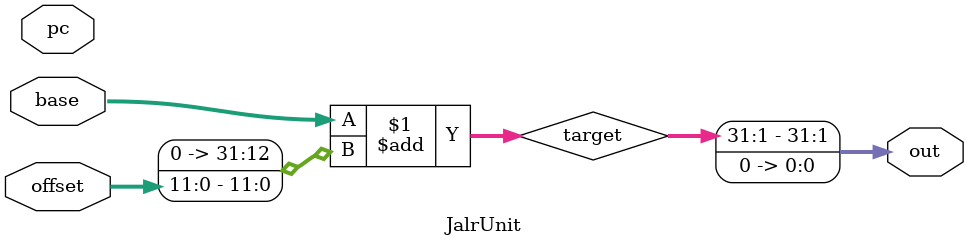
<source format=v>

`define WORD_WIDTH 32
`define NUM_REGS 32
`define OPCODE_COMPUTE    7'b0110011
`define OPCODE_BRANCH     7'b1100011
`define OPCODE_LOAD       7'b0000011
`define OPCODE_STORE      7'b0100011 
`define AUX_FUNC_ADD  7'b0000000
`define AUX_FUNC_SUB  7'b0100000
`define FUNC_SUB      3'b000
`define SIZE_BYTE  2'b00
`define SIZE_HWORD 2'b01
`define SIZE_WORD  2'b10

`define OPCODE_IMMEDIATE  7'b0010011
`define OPCODE_JAL        7'b1101111
`define OPCODE_JALR       7'b1100111
`define OPCODE_LUI        7'b0110111
`define OPCODE_AUIPC      7'b0010111

// Basic instructions
`define ADD_OPCODE 3'b000
`define SUB_OPCODE 3'b000
`define SLL_OPCODE 3'b001
`define SLT_OPCODE 3'b010
`define SLTU_OPCODE 3'b011
`define XOR_OPCODE 3'b100
`define SRL_OPCODE 3'b101
`define SRA_OPCODE 3'b101
`define OR_OPCODE 3'b110
`define AND_OPCODE 3'b111

// Multiply extension
`define MUL_OPCODE  3'b000
`define MULH_OPCODE   3'b001
`define MULHSU_OPCODE 3'b010
`define MULHU_OPCODE  3'b011
`define DIV_OPCODE  3'b100
`define DIVU_OPCODE 3'b101
`define REM_OPCODE  3'b110
`define REMU_OPCODE 3'b111

// Immediate computation
`define ADDI_OPCODE  3'b000
`define SLTI_OPCODE  3'b010
`define SLTIU_OPCODE 3'b011
`define XORI_OPCODE  3'b100
`define ORI_OPCODE   3'b110
`define ANDI_OPCODE  3'b111
`define SLLI_OPCODE  3'b001
`define SRLI_OPCODE 3'b101
`define SRAI_OPCODE 3'b101

// Load instruction opcodes
`define LB_OPCODE  3'b000
`define LH_OPCODE  3'b001
`define LW_OPCODE  3'b010
`define LBU_OPCODE 3'b100
`define LHU_OPCODE 3'b101

// Store instruction opcodes
`define SB_OPCODE  3'b000
`define SH_OPCODE  3'b001
`define SW_OPCODE  3'b010

// Branch instruction opcodes
`define BEQ_OPCODE   3'b000
`define BNE_OPCODE   3'b001
`define BLT_OPCODE   3'b100
`define BGE_OPCODE   3'b101
`define BLTU_OPCODE  3'b110
`define BGEU_OPCODE  3'b111


module SingleCycleCPU(halt, clk, rst);
   output halt;
   input clk, rst;

   wire [`WORD_WIDTH-1:0] PC, InstWord;
   wire [`WORD_WIDTH-1:0] DataAddr, StoreData, DataWord;
   wire [1:0]  MemSize;
   wire        MemWrEn;
   
   wire [4:0]  Rsrc1, Rsrc2, Rdst;
   wire [`WORD_WIDTH-1:0] Rdata1, Rdata2, RWrdata;
   wire        RWrEn;

   wire [`WORD_WIDTH-1:0] NPC, PC_Plus_4;
   wire [6:0]  opcode;

   wire [6:0]  funct7;
   wire [2:0]  funct3;

   wire invalid_op;

   assign halt = invalid_op || mem_alignment_error;
   assign invalid_op = !(
        (opcode == `OPCODE_COMPUTE && 
            (funct7 == 7'b0000000 || funct7 == 7'b0100000 || funct7 == 7'b0000001)) ||
        (opcode == `OPCODE_BRANCH) ||
        (opcode == `OPCODE_LOAD) ||
        (opcode == `OPCODE_STORE) ||
        (opcode == `OPCODE_IMMEDIATE) ||
        (opcode == `OPCODE_JAL) ||
        (opcode == `OPCODE_JALR) ||
        (opcode == `OPCODE_LUI) ||
        (opcode == `OPCODE_AUIPC)
    );

    wire [31:0] effective_addr = (opcode == `OPCODE_LOAD) ? (Rdata1 + imm_I) :
                                 (opcode == `OPCODE_STORE) ? (Rdata1 + imm_S) :
                                 32'b0;

    assign mem_alignment_error = 
        ((opcode == `OPCODE_LOAD || opcode == `OPCODE_STORE) &&
        (
            ((funct3 == `LH_OPCODE || funct3 == `LHU_OPCODE || funct3 == `SH_OPCODE) && (effective_addr[0] != 1'b0)) ||
            ((funct3 == `LW_OPCODE || funct3 == `SW_OPCODE) && (effective_addr[1:0] != 2'b00))
        ));

   // System State 
   Mem   MEM(.InstAddr(PC), .InstOut(InstWord), 
            .DataAddr(DataAddr), .DataSize(MemSize), .DataIn(StoreData), .DataOut(DataWord), .WE(MemWrEn), .CLK(clk));

   RegFile RF(.AddrA(Rsrc1), .DataOutA(Rdata1), 
         .AddrB(Rsrc2), .DataOutB(Rdata2), 
         .AddrW(Rdst), .DataInW(RWrdata), .WenW(RWrEn), .CLK(clk));

   Reg PC_REG(.Din(NPC), .Qout(PC), .WE(1'b1), .CLK(clk), .RST(rst));

   // Instruction Decode
   assign opcode = InstWord[6:0];   
   assign Rdst = InstWord[11:7]; 
   assign Rsrc1 = InstWord[19:15]; 
   assign Rsrc2 = InstWord[24:20];
   assign funct3 = InstWord[14:12];  // R-Type, I-Type, S-Type
   assign funct7 = InstWord[31:25];  // R-Type

   // Decode immediate values
   wire [31:0] imm_I = {{20{InstWord[31]}}, InstWord[31:20]};
   wire [31:0] imm_S = {{20{InstWord[31]}}, InstWord[31:25], InstWord[11:7]};
   wire [31:0] imm_B = {{19{InstWord[31]}}, InstWord[31], InstWord[7], InstWord[30:25], InstWord[11:8], 1'b0};
   wire [31:0] imm_U = {InstWord[31:12], 12'b0};
   wire [31:0] imm_J = {{11{InstWord[31]}}, InstWord[31], InstWord[19:12], InstWord[20], InstWord[30:21], 1'b0};

   // only memory write enabled if opcode is to store
   assign MemWrEn = (opcode == `OPCODE_STORE) ? 1'b1 : 1'b0;

   // lots of opcodes for register write enable
   assign RWrEn = (opcode == `OPCODE_COMPUTE) || 
               (opcode == `OPCODE_IMMEDIATE) || 
               (opcode == `OPCODE_LOAD) || 
               (opcode == `OPCODE_JAL) ||
               (opcode == `OPCODE_JALR) ||
               (opcode == `OPCODE_LUI) ||
               (opcode == `OPCODE_AUIPC);

   // Every execution unit
   wire [31:0] eu_out;
   wire [31:0] ieu_out;
   wire [31:0] branch_out;
   wire [31:0] load_out;
   wire [31:0] load_DataAddr;
   wire [1:0] load_MemSize;
   wire [31:0] store_DataAddr;
   wire [31:0] store_StoreData;
   wire [1:0] store_MemSize;
   wire [31:0] lui_out;
   wire [31:0] auipc_out;
   wire [31:0] jal_out;
   wire [31:0] jalr_out;

   ExecutionUnit EU(.out(eu_out), .opA(Rdata1), .opB(Rdata2), .func(funct3), .auxFunc(funct7));
   ImmediateExecutionUnit IEU(.out(ieu_out), .opA(Rdata1), .imm(imm_I), .func(funct3), .auxFunc(funct7));
   
   BranchUnit BU(.out(branch_out), .opA(Rdata1), .opB(Rdata2), .pc(PC), .imm(imm_B[11:0]), .func(funct3), .auxFunc(opcode));
   LoadUnit LU(.out(load_out), .DataAddr(load_DataAddr), .MemSize(load_MemSize), .base(Rdata1), .offset(imm_I[11:0]), .func(funct3), .DataWord(DataWord));
   StoreUnit SU(.DataAddr(store_DataAddr), .StoreData(store_StoreData), .MemSize(store_MemSize), .MemWrEn(store_enable), .data(Rdata2), .base(Rdata1), .offset(imm_S[11:0]), .func(funct3));

   LuiUnit LUI(.out(lui_out), .imm(InstWord[31:12]), .pc(PC));
   AuipcUnit AUIPC(.out(auipc_out), .imm(InstWord[31:12]), .pc(PC));
   JalUnit JAL(.out(jal_out), .offset(imm_J[20:0]), .pc(PC));
   JalrUnit JALR(.out(jalr_out), .base(Rdata1), .offset(imm_I[11:0]), .pc(PC));


   // only memory write enabled if opcode is to store
   assign MemWrEn = (opcode == `OPCODE_STORE) ? 1'b1 : 1'b0;

   // lots of opcodes for register write enable
   assign RWrEn = (opcode == `OPCODE_COMPUTE) || 
               (opcode == `OPCODE_IMMEDIATE) || 
               (opcode == `OPCODE_LOAD) || 
               (opcode == `OPCODE_JAL) ||
               (opcode == `OPCODE_JALR) ||
               (opcode == `OPCODE_LUI) ||
               (opcode == `OPCODE_AUIPC);

   // assignment of DataAddr
   assign DataAddr = (opcode == `OPCODE_LOAD) ? load_DataAddr :
                  (opcode == `OPCODE_STORE) ? store_DataAddr : 
                  32'b0;

   // assignment of MemSize
   assign MemSize = (opcode == `OPCODE_LOAD) ? load_MemSize :
                  (opcode == `OPCODE_STORE) ? store_MemSize : 
                  2'b00;

   // asignment of StoreData
   assign StoreData = (opcode == `OPCODE_STORE) ? store_StoreData : 32'b0;

   // assignment of data to write to register
   assign RWrdata = (opcode == `OPCODE_COMPUTE) ? eu_out :
                 (opcode == `OPCODE_IMMEDIATE) ? ieu_out :
                 (opcode == `OPCODE_LOAD) ? load_out :
                 (opcode == `OPCODE_LUI) ? lui_out :
                 (opcode == `OPCODE_AUIPC) ? auipc_out :
                 (opcode == `OPCODE_JAL) ? (PC + 4) :
                 (opcode == `OPCODE_JALR) ? (PC + 4) : 
                 32'b0;

   // Fetch Address Datapath
   assign PC_Plus_4 = PC + 4;
   assign NPC = (opcode == `OPCODE_BRANCH) ? branch_out :
             (opcode == `OPCODE_JAL) ? jal_out :
             (opcode == `OPCODE_JALR) ? jalr_out :
             PC_Plus_4;
   
endmodule // SingleCycleCPU

module ExecutionUnit(
           output [31:0] out,
           input [31:0]  opA,
           input [31:0]  opB,
           input [2:0]   func,
           input [6:0]   auxFunc);

   // Basic instructions
   wire [31:0] add_output = opA + opB;
   wire [31:0] sub_output = opA - opB;
   wire [31:0] sll_output = opA << opB[4:0];
   wire [31:0] slt_output = {31'b0, ($signed(opA) < $signed(opB)) ? 1'b1 : 1'b0};
   wire [31:0] sltu_output = {31'b0, (opA < opB) ? 1'b1 : 1'b0};
   wire [31:0] xor_output = opA ^ opB;
   wire [31:0] srl_output = opA >> opB[4:0];
   wire [31:0] sra_output = $signed(opA) >>> opB[4:0];
   wire [31:0] or_output = opA | opB;
   wire [31:0] and_output = opA & opB;

   // Multiply extension
   wire [31:0] mul_output = opA * opB;
   wire [63:0] mulh_temp = ($signed(opA) * $signed(opB));
   wire [31:0] mulh_output =  mulh_temp [63:32];
   wire [63:0] mulhsu_temp = ($signed(opA) * opB);
   wire [31:0] mulhsu_output =  mulhsu_temp [63:32];
   wire [63:0] mulhu_temp = (opA * opB);
   wire [31:0] mulhu_output =  mulhu_temp [63:32];
   wire [31:0] div_output = (opB != 0) ? $signed(opA) / $signed(opB) : 32'b0;
   wire [31:0] divu_output = (opB != 0) ? opA / opB : 32'b0;
   wire [31:0] rem_output = (opB != 0) ? $signed(opA) % $signed(opB) : 32'b0;
   wire [31:0] remu_output = (opB != 0) ? opA % opB : 32'b0;

   assign out = (func == `SUB_OPCODE && auxFunc == 7'b0100000) ? sub_output :
             (func == `ADD_OPCODE && auxFunc == 7'b0000000) ? add_output :
             (func == `SLL_OPCODE && auxFunc == 7'b0000000) ? sll_output :
             (func == `SLT_OPCODE && auxFunc == 7'b0000000) ? slt_output :
             (func == `SLTU_OPCODE && auxFunc == 7'b0000000) ? sltu_output :
             (func == `XOR_OPCODE && auxFunc == 7'b0000000) ? xor_output :
             (func == `SRA_OPCODE && auxFunc == 7'b0100000) ? sra_output :
             (func == `SRL_OPCODE && auxFunc == 7'b0000000) ? srl_output :
             (func == `OR_OPCODE && auxFunc == 7'b0000000) ? or_output :
             (func == `AND_OPCODE && auxFunc == 7'b0000000) ? and_output :
             (func == `MUL_OPCODE && auxFunc == 7'b0000001) ? mul_output :
             (func == `DIV_OPCODE && auxFunc == 7'b0000001) ? div_output :
             (func == `DIVU_OPCODE && auxFunc == 7'b0000001) ? divu_output :
             (func == `REM_OPCODE && auxFunc == 7'b0000001) ? rem_output :
             (func == `REMU_OPCODE && auxFunc == 7'b0000001) ? remu_output :
             (func == `MULH_OPCODE && auxFunc == 7'b0000001) ? mulh_output :
             (func == `MULHSU_OPCODE && auxFunc == 7'b0000001) ? mulhsu_output :
             (func == `MULHU_OPCODE && auxFunc == 7'b0000001) ? mulhu_output :
             32'b0;

endmodule

module ImmediateExecutionUnit(
           output [31:0] out,
           input [31:0]  opA,
           input [31:0]  imm,
           input [2:0]   func,
           input [6:0]   auxFunc);

   wire [31:0] addi_output  = opA + imm;
   wire [31:0] slti_output  = {31'b0, ($signed(opA) < $signed(imm)) ? 1'b1 : 1'b0};
   wire [31:0] sltiu_output = {31'b0, (opA < imm) ? 1'b1 : 1'b0};
   wire [31:0] xori_output  = opA ^ imm;
   wire [31:0] ori_output   = opA | imm;
   wire [31:0] andi_output  = opA & imm;
   wire [31:0] slli_output = opA << imm[4:0];
   wire [31:0] srli_output = opA >> imm[4:0];
   wire [31:0] srai_output = $signed(opA) >>> imm[4:0];

   assign out = (func == `ADDI_OPCODE) ? addi_output :
                (func == `SLTI_OPCODE) ? slti_output :
                (func == `SLTIU_OPCODE) ? sltiu_output :
                (func == `XORI_OPCODE) ? xori_output :
                (func == `ORI_OPCODE) ? ori_output :
                (func == `ANDI_OPCODE) ? andi_output :
                (func == `SLLI_OPCODE) ? slli_output :
                (func == `SRLI_OPCODE && auxFunc == 7'b0000000) ? srli_output : 
                (func == `SRAI_OPCODE && auxFunc == 7'b0100000) ? srai_output : 
                32'b0;

endmodule 


module BranchUnit(
           output [31:0] out,
           input [31:0]  opA,
           input [31:0]  opB,
           input [31:0]  pc,
           input [11:0]  imm,
           input [2:0]   func,
           input [6:0]   auxFunc);
   
   wire [31:0] extended_imm = {{20{imm[11]}}, imm};
   wire [31:0] branch_offset = extended_imm;

   wire condition_met = (func == `BEQ_OPCODE) ? (opA == opB) :
                     (func == `BNE_OPCODE) ? (opA != opB) :
                     (func == `BLT_OPCODE) ? ($signed(opA) < $signed(opB)) :
                     (func == `BGE_OPCODE) ? ($signed(opA) >= $signed(opB)) :
                     (func == `BLTU_OPCODE) ? (opA < opB) :
                     (func == `BGEU_OPCODE) ? (opA >= opB) :
                     1'b0;

   assign out = (condition_met) ? (pc + branch_offset) : (pc + 4);

endmodule

module LoadUnit(
    output [31:0] out,
    output [31:0] DataAddr,
    output [1:0] MemSize,
    input [31:0] base,
    input [11:0] offset,
    input [2:0] func,
    input [31:0] DataWord
);
    wire [31:0] address = base + {{20{offset[11]}}, offset};
   
    assign DataAddr = address;
    assign MemSize = (func == `LB_OPCODE || func == `LBU_OPCODE) ? `SIZE_BYTE :
                     (func == `LH_OPCODE || func == `LHU_OPCODE) ? `SIZE_HWORD :
                    `SIZE_WORD;

    // Output 
    assign out = (func == `LB_OPCODE) ? {{24{DataWord[7]}}, DataWord[7:0]} :  // sign-extend w
                 (func == `LBU_OPCODE) ? {24'b0, DataWord[7:0]} :             // zero-extend w
                 (func == `LH_OPCODE) ? {{16{DataWord[15]}}, DataWord[15:0]} : // sign-extend hw
                 (func == `LHU_OPCODE) ? {16'b0, DataWord[15:0]} :            // zero-extend hw
                 DataWord;  // Load word
endmodule

module StoreUnit(
    output [31:0] DataAddr,
    output [31:0] StoreData,
    output [1:0] MemSize,
    output MemWrEn,
    input [31:0] data,
    input [31:0] base,
    input [11:0] offset,
    input [2:0] func
);
    wire [31:0] address = base + {{20{offset[11]}}, offset};
   
    assign DataAddr = address;
    assign MemSize = (func == `SB_OPCODE) ? `SIZE_BYTE :
                     (func == `SH_OPCODE) ? `SIZE_HWORD :
                     `SIZE_WORD;
    assign MemWrEn = 1'b1; // Enable write
    assign StoreData = (func == `SB_OPCODE) ? {24'b0, data[7:0]} :   // byte data
                       (func == `SH_OPCODE) ? {16'b0, data[15:0]} :  // hw data
                       data;  // w
endmodule

module LuiUnit(
    output [31:0] out,
    input [19:0]  imm,
    input [31:0]  pc
);
    assign out = {imm, 12'b0};  
endmodule

module AuipcUnit(
    output [31:0] out,
    input [19:0]  imm,
    input [31:0]  pc
);
    assign out = pc + {imm, 12'b0};  // Add upper imm to pc
endmodule

module JalUnit(
    output [31:0] out,
    input [20:0]  offset,
    input [31:0]  pc
);
    wire [31:0] target = pc + {11'b0, offset};
    assign out = target;
endmodule

module JalrUnit(
    output [31:0] out,
    input [31:0]  base,
    input [11:0]  offset,
    input [31:0]  pc
);
    wire [31:0] target = base + {20'b0, offset};
    assign out = {target[31:1], 1'b0};  // Zero lsb
endmodule



</source>
